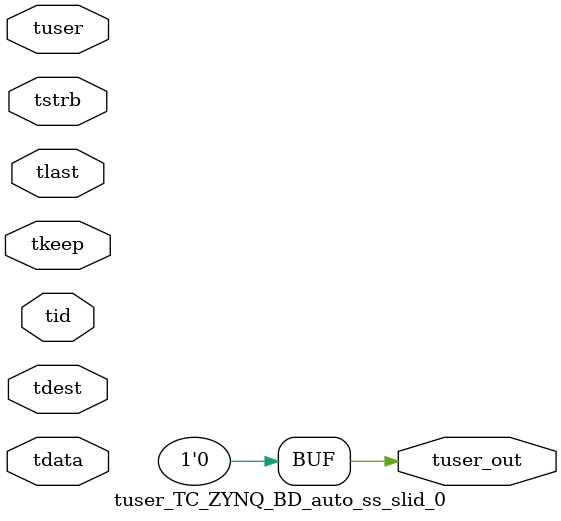
<source format=v>


`timescale 1ps/1ps

module tuser_TC_ZYNQ_BD_auto_ss_slid_0 #
(
parameter C_S_AXIS_TUSER_WIDTH = 1,
parameter C_S_AXIS_TDATA_WIDTH = 32,
parameter C_S_AXIS_TID_WIDTH   = 0,
parameter C_S_AXIS_TDEST_WIDTH = 0,
parameter C_M_AXIS_TUSER_WIDTH = 1
)
(
input  [(C_S_AXIS_TUSER_WIDTH == 0 ? 1 : C_S_AXIS_TUSER_WIDTH)-1:0     ] tuser,
input  [(C_S_AXIS_TDATA_WIDTH == 0 ? 1 : C_S_AXIS_TDATA_WIDTH)-1:0     ] tdata,
input  [(C_S_AXIS_TID_WIDTH   == 0 ? 1 : C_S_AXIS_TID_WIDTH)-1:0       ] tid,
input  [(C_S_AXIS_TDEST_WIDTH == 0 ? 1 : C_S_AXIS_TDEST_WIDTH)-1:0     ] tdest,
input  [(C_S_AXIS_TDATA_WIDTH/8)-1:0 ] tkeep,
input  [(C_S_AXIS_TDATA_WIDTH/8)-1:0 ] tstrb,
input                                                                    tlast,
output [C_M_AXIS_TUSER_WIDTH-1:0] tuser_out
);

assign tuser_out = {1'b0};

endmodule


</source>
